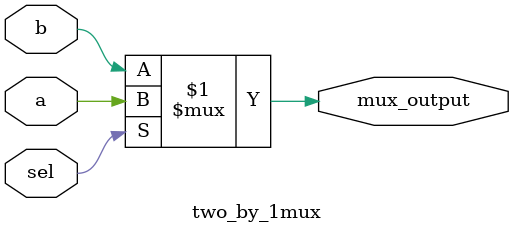
<source format=v>
`timescale 1ns / 1ps


module two_by_1mux(input a, input b, input sel, output mux_output);
    assign mux_output= (sel)? a:b;
endmodule

</source>
